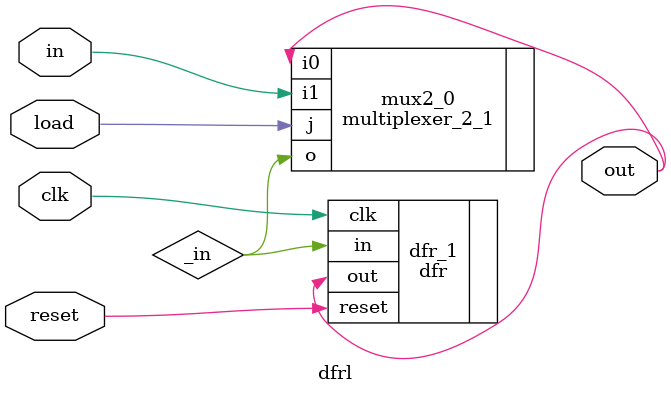
<source format=v>
module dfrl (
    input wire clk,         // in clock signal
    input wire reset,       // in reset signal
    input wire load,        // in load signal
    input wire in,          // in data signal
    
    output wire out         // out data signal
);

    wire _in;

    multiplexer_2_1 mux2_0 (
        .i0(out),
        .i1(in),
        .j(load),
        .o(_in)
    ); // Module

    dfr dfr_1 (
        .clk(clk),
        .reset(reset),
        .in(_in),
        .out(out)
    ); // Module

endmodule
</source>
